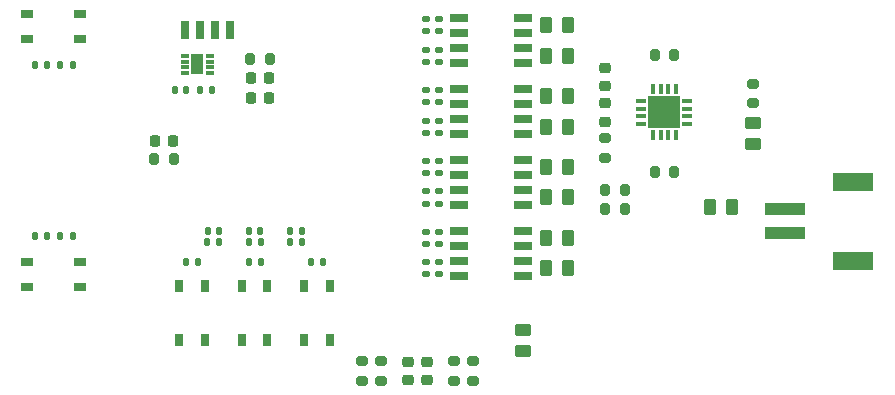
<source format=gbp>
%TF.GenerationSoftware,KiCad,Pcbnew,7.0.10*%
%TF.CreationDate,2024-06-27T09:55:28+02:00*%
%TF.ProjectId,SolarCurveTracer,536f6c61-7243-4757-9276-655472616365,v1.1*%
%TF.SameCoordinates,Original*%
%TF.FileFunction,Paste,Bot*%
%TF.FilePolarity,Positive*%
%FSLAX46Y46*%
G04 Gerber Fmt 4.6, Leading zero omitted, Abs format (unit mm)*
G04 Created by KiCad (PCBNEW 7.0.10) date 2024-06-27 09:55:28*
%MOMM*%
%LPD*%
G01*
G04 APERTURE LIST*
G04 Aperture macros list*
%AMRoundRect*
0 Rectangle with rounded corners*
0 $1 Rounding radius*
0 $2 $3 $4 $5 $6 $7 $8 $9 X,Y pos of 4 corners*
0 Add a 4 corners polygon primitive as box body*
4,1,4,$2,$3,$4,$5,$6,$7,$8,$9,$2,$3,0*
0 Add four circle primitives for the rounded corners*
1,1,$1+$1,$2,$3*
1,1,$1+$1,$4,$5*
1,1,$1+$1,$6,$7*
1,1,$1+$1,$8,$9*
0 Add four rect primitives between the rounded corners*
20,1,$1+$1,$2,$3,$4,$5,0*
20,1,$1+$1,$4,$5,$6,$7,0*
20,1,$1+$1,$6,$7,$8,$9,0*
20,1,$1+$1,$8,$9,$2,$3,0*%
G04 Aperture macros list end*
%ADD10R,1.525000X0.700000*%
%ADD11RoundRect,0.250000X0.262500X0.450000X-0.262500X0.450000X-0.262500X-0.450000X0.262500X-0.450000X0*%
%ADD12RoundRect,0.135000X-0.135000X-0.185000X0.135000X-0.185000X0.135000X0.185000X-0.135000X0.185000X0*%
%ADD13RoundRect,0.135000X0.135000X0.185000X-0.135000X0.185000X-0.135000X-0.185000X0.135000X-0.185000X0*%
%ADD14RoundRect,0.225000X0.225000X0.250000X-0.225000X0.250000X-0.225000X-0.250000X0.225000X-0.250000X0*%
%ADD15RoundRect,0.135000X-0.185000X0.135000X-0.185000X-0.135000X0.185000X-0.135000X0.185000X0.135000X0*%
%ADD16RoundRect,0.200000X-0.275000X0.200000X-0.275000X-0.200000X0.275000X-0.200000X0.275000X0.200000X0*%
%ADD17R,0.750000X1.000000*%
%ADD18RoundRect,0.147500X0.147500X0.172500X-0.147500X0.172500X-0.147500X-0.172500X0.147500X-0.172500X0*%
%ADD19RoundRect,0.140000X0.140000X0.170000X-0.140000X0.170000X-0.140000X-0.170000X0.140000X-0.170000X0*%
%ADD20R,0.700000X1.600000*%
%ADD21RoundRect,0.200000X0.200000X0.275000X-0.200000X0.275000X-0.200000X-0.275000X0.200000X-0.275000X0*%
%ADD22RoundRect,0.225000X0.250000X-0.225000X0.250000X0.225000X-0.250000X0.225000X-0.250000X-0.225000X0*%
%ADD23RoundRect,0.250000X-0.450000X0.262500X-0.450000X-0.262500X0.450000X-0.262500X0.450000X0.262500X0*%
%ADD24RoundRect,0.200000X0.275000X-0.200000X0.275000X0.200000X-0.275000X0.200000X-0.275000X-0.200000X0*%
%ADD25RoundRect,0.200000X-0.200000X-0.275000X0.200000X-0.275000X0.200000X0.275000X-0.200000X0.275000X0*%
%ADD26R,3.505200X0.990600*%
%ADD27R,3.403600X1.498600*%
%ADD28R,1.000000X0.750000*%
%ADD29R,0.850000X0.350000*%
%ADD30R,0.350000X0.850000*%
%ADD31R,2.700000X2.700000*%
%ADD32R,0.700000X0.300000*%
%ADD33R,1.000000X1.700000*%
%ADD34RoundRect,0.218750X0.218750X0.256250X-0.218750X0.256250X-0.218750X-0.256250X0.218750X-0.256250X0*%
%ADD35RoundRect,0.225000X-0.250000X0.225000X-0.250000X-0.225000X0.250000X-0.225000X0.250000X0.225000X0*%
G04 APERTURE END LIST*
D10*
X149288000Y-107105000D03*
X149288000Y-105835000D03*
X149288000Y-104565000D03*
X149288000Y-103295000D03*
X154712000Y-103295000D03*
X154712000Y-104565000D03*
X154712000Y-105835000D03*
X154712000Y-107105000D03*
D11*
X158512500Y-91900000D03*
X156687500Y-91900000D03*
D12*
X131490000Y-111975000D03*
X132510000Y-111975000D03*
D13*
X128399000Y-97409000D03*
X127379000Y-97409000D03*
D14*
X133236000Y-96393000D03*
X131686000Y-96393000D03*
D13*
X116588000Y-95250000D03*
X115568000Y-95250000D03*
D15*
X146500000Y-105990000D03*
X146500000Y-107010000D03*
D16*
X141100000Y-120375000D03*
X141100000Y-122025000D03*
D17*
X125625000Y-118525000D03*
X125625000Y-114025000D03*
X127775000Y-114025000D03*
X127775000Y-118525000D03*
D16*
X174200000Y-96875000D03*
X174200000Y-98525000D03*
D15*
X146500000Y-99990000D03*
X146500000Y-101010000D03*
X147600000Y-99990000D03*
X147600000Y-101010000D03*
D11*
X158512500Y-112500000D03*
X156687500Y-112500000D03*
D18*
X128985000Y-109300000D03*
X128015000Y-109300000D03*
D15*
X147600000Y-105990000D03*
X147600000Y-107010000D03*
D19*
X114399000Y-95250000D03*
X113439000Y-95250000D03*
D20*
X129921000Y-92329000D03*
X128651000Y-92329000D03*
X127381000Y-92329000D03*
X126111000Y-92329000D03*
D15*
X146500000Y-111990000D03*
X146500000Y-113010000D03*
D21*
X163325000Y-105900000D03*
X161675000Y-105900000D03*
D22*
X161700000Y-97075000D03*
X161700000Y-95525000D03*
D23*
X174200000Y-100187500D03*
X174200000Y-102012500D03*
D13*
X116588000Y-109728000D03*
X115568000Y-109728000D03*
D15*
X147600000Y-103390000D03*
X147600000Y-104410000D03*
D21*
X163325000Y-107500000D03*
X161675000Y-107500000D03*
D15*
X147600000Y-97390000D03*
X147600000Y-98410000D03*
D16*
X148900000Y-120375000D03*
X148900000Y-122025000D03*
D24*
X161700000Y-103125000D03*
X161700000Y-101475000D03*
D11*
X158512500Y-103900000D03*
X156687500Y-103900000D03*
D10*
X149288000Y-101105000D03*
X149288000Y-99835000D03*
X149288000Y-98565000D03*
X149288000Y-97295000D03*
X154712000Y-97295000D03*
X154712000Y-98565000D03*
X154712000Y-99835000D03*
X154712000Y-101105000D03*
D11*
X172425000Y-107300000D03*
X170600000Y-107300000D03*
D23*
X154700000Y-117687500D03*
X154700000Y-119512500D03*
D22*
X145000000Y-121975000D03*
X145000000Y-120425000D03*
D25*
X123508000Y-103251000D03*
X125158000Y-103251000D03*
D15*
X146500000Y-109390000D03*
X146500000Y-110410000D03*
D12*
X126190000Y-111975000D03*
X127210000Y-111975000D03*
D15*
X146500000Y-103390000D03*
X146500000Y-104410000D03*
D26*
X176944700Y-107499999D03*
X176944700Y-109500001D03*
D27*
X182694701Y-105149999D03*
X182694701Y-111850001D03*
D10*
X149288000Y-95105000D03*
X149288000Y-93835000D03*
X149288000Y-92565000D03*
X149288000Y-91295000D03*
X154712000Y-91295000D03*
X154712000Y-92565000D03*
X154712000Y-93835000D03*
X154712000Y-95105000D03*
D28*
X112750000Y-111925000D03*
X117250000Y-111925000D03*
X117250000Y-114075000D03*
X112750000Y-114075000D03*
D12*
X134990000Y-110275000D03*
X136010000Y-110275000D03*
D29*
X164750000Y-100275000D03*
X164750000Y-99625000D03*
X164750000Y-98975000D03*
X164750000Y-98325000D03*
D30*
X165725000Y-97350000D03*
X166375000Y-97350000D03*
X167025000Y-97350000D03*
X167675000Y-97350000D03*
D29*
X168650000Y-98325000D03*
X168650000Y-98975000D03*
X168650000Y-99625000D03*
X168650000Y-100275000D03*
D30*
X167675000Y-101250000D03*
X167025000Y-101250000D03*
X166375000Y-101250000D03*
X165725000Y-101250000D03*
D31*
X166700000Y-99300000D03*
D32*
X128211000Y-94488000D03*
X128211000Y-94988000D03*
X128211000Y-95488000D03*
X128211000Y-95988000D03*
X126111000Y-95988000D03*
X126111000Y-95488000D03*
X126111000Y-94988000D03*
X126111000Y-94488000D03*
D33*
X127161000Y-95238000D03*
D19*
X126182000Y-97409000D03*
X125222000Y-97409000D03*
D11*
X158512500Y-106500000D03*
X156687500Y-106500000D03*
D28*
X112750000Y-90925000D03*
X117250000Y-90925000D03*
X117250000Y-93075000D03*
X112750000Y-93075000D03*
D15*
X147600000Y-111990000D03*
X147600000Y-113010000D03*
D12*
X127990000Y-110275000D03*
X129010000Y-110275000D03*
D10*
X149288000Y-113105000D03*
X149288000Y-111835000D03*
X149288000Y-110565000D03*
X149288000Y-109295000D03*
X154712000Y-109295000D03*
X154712000Y-110565000D03*
X154712000Y-111835000D03*
X154712000Y-113105000D03*
D18*
X135985000Y-109300000D03*
X135015000Y-109300000D03*
D12*
X131490000Y-110275000D03*
X132510000Y-110275000D03*
D16*
X150500000Y-120375000D03*
X150500000Y-122025000D03*
D18*
X132485000Y-109300000D03*
X131515000Y-109300000D03*
D25*
X165875000Y-104300000D03*
X167525000Y-104300000D03*
D17*
X130925000Y-118525000D03*
X130925000Y-114025000D03*
X133075000Y-114025000D03*
X133075000Y-118525000D03*
D11*
X158512500Y-97900000D03*
X156687500Y-97900000D03*
D21*
X167525000Y-94400000D03*
X165875000Y-94400000D03*
D12*
X113409000Y-109728000D03*
X114429000Y-109728000D03*
D16*
X142700000Y-120375000D03*
X142700000Y-122025000D03*
D15*
X147600000Y-91390000D03*
X147600000Y-92410000D03*
X147600000Y-109390000D03*
X147600000Y-110410000D03*
X147600000Y-93990000D03*
X147600000Y-95010000D03*
D21*
X133286000Y-94742000D03*
X131636000Y-94742000D03*
D11*
X158512500Y-100500000D03*
X156687500Y-100500000D03*
D14*
X133236000Y-98044000D03*
X131686000Y-98044000D03*
D34*
X125120500Y-101727000D03*
X123545500Y-101727000D03*
D17*
X136225000Y-118525000D03*
X136225000Y-114025000D03*
X138375000Y-114025000D03*
X138375000Y-118525000D03*
D35*
X146600000Y-120425000D03*
X146600000Y-121975000D03*
D11*
X158512500Y-109900000D03*
X156687500Y-109900000D03*
D15*
X146500000Y-91390000D03*
X146500000Y-92410000D03*
D35*
X161700000Y-98525000D03*
X161700000Y-100075000D03*
D11*
X158512500Y-94500000D03*
X156687500Y-94500000D03*
D12*
X136790000Y-111975000D03*
X137810000Y-111975000D03*
D15*
X146500000Y-97390000D03*
X146500000Y-98410000D03*
X146500000Y-93990000D03*
X146500000Y-95010000D03*
M02*

</source>
